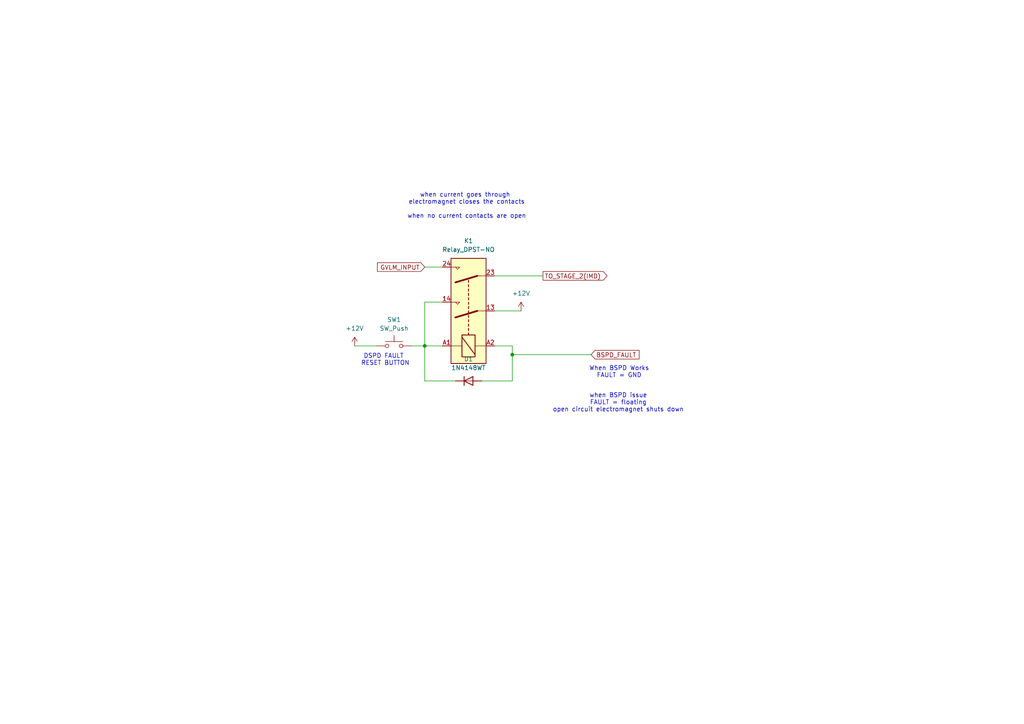
<source format=kicad_sch>
(kicad_sch (version 20250114) (generator "eeschema") (generator_version "9.0")
  (paper "A4")
  (lib_symbols
    (symbol "Diode:1N4148WT" (pin_numbers (hide yes)) (pin_names (hide yes))
      (property "Reference" "D" (at 0 2.54 0))
      (property "Value" "1N4148WT" (at 0 -2.54 0))
      (symbol "1N4148WT_0_1"
        (polyline (pts (xy -1.27 1.27) (xy -1.27 -1.27)) (stroke (width 0.254)))
        (polyline (pts (xy 1.27 1.27) (xy 1.27 -1.27) (xy -1.27 0) (xy 1.27 1.27)) (stroke (width 0.254)))
        (polyline (pts (xy 1.27 0) (xy -1.27 0)))
      )
      (symbol "1N4148WT_1_1"
        (pin passive line (at -3.81 0 0) (length 2.54) (name "K") (number "1"))
        (pin passive line (at 3.81 0 180) (length 2.54) (name "A") (number "2"))
      )
    )
    (symbol "Relay:Relay_DPST-NO"
      (property "Reference" "K" (at 16.51 3.81 0))
      (property "Value" "Relay_DPST-NO" (at 16.51 1.27 0))
      (symbol "Relay_DPST-NO_0_1"
        (rectangle (start -15.24 5.08) (end 15.24 -5.08) (stroke (width 0.254)) (fill (type background)))
        (rectangle (start -13.335 1.905) (end -6.985 -1.905) (stroke (width 0.254)))
        (polyline (pts (xy -12.7 -1.905) (xy -7.62 1.905)) (stroke (width 0.254)))
        (polyline (pts (xy -10.16 5.08) (xy -10.16 1.905)))
        (polyline (pts (xy -10.16 -5.08) (xy -10.16 -1.905)))
        (polyline (pts (xy -6.985 0) (xy -6.35 0)) (stroke (width 0.254)))
        (polyline (pts (xy -5.715 0) (xy -5.08 0)) (stroke (width 0.254)))
        (polyline (pts (xy -4.445 0) (xy -3.81 0)) (stroke (width 0.254)))
        (polyline (pts (xy -3.175 0) (xy -2.54 0)) (stroke (width 0.254)))
        (polyline (pts (xy -1.905 0) (xy -1.27 0)) (stroke (width 0.254)))
        (polyline (pts (xy -0.635 0) (xy 0 0)) (stroke (width 0.254)))
        (polyline (pts (xy 0 -2.54) (xy -1.905 3.81)) (stroke (width 0.508)))
        (polyline (pts (xy 0 -2.54) (xy 0 -5.08)))
        (polyline (pts (xy 0.635 0) (xy 1.27 0)) (stroke (width 0.254)))
        (polyline (pts (xy 1.905 0) (xy 2.54 0)) (stroke (width 0.254)))
        (polyline (pts (xy 2.54 5.08) (xy 2.54 2.54) (xy 1.905 3.175) (xy 2.54 3.81)))
        (polyline (pts (xy 3.175 0) (xy 3.81 0)) (stroke (width 0.254)))
        (polyline (pts (xy 4.445 0) (xy 5.08 0)) (stroke (width 0.254)))
        (polyline (pts (xy 5.715 0) (xy 6.35 0)) (stroke (width 0.254)))
        (polyline (pts (xy 6.985 0) (xy 7.62 0)) (stroke (width 0.254)))
        (polyline (pts (xy 8.255 0) (xy 8.89 0)) (stroke (width 0.254)))
        (polyline (pts (xy 10.16 -2.54) (xy 8.255 3.81)) (stroke (width 0.508)))
        (polyline (pts (xy 10.16 -2.54) (xy 10.16 -5.08)))
        (polyline (pts (xy 12.7 5.08) (xy 12.7 2.54) (xy 12.065 3.175) (xy 12.7 3.81)))
      )
      (symbol "Relay_DPST-NO_1_1"
        (pin passive line (at -10.16 7.62 270) (length 2.54) (name "~") (number "A1"))
        (pin passive line (at -10.16 -7.62 90) (length 2.54) (name "~") (number "A2"))
        (pin passive line (at 0 -7.62 90) (length 2.54) (name "~") (number "13"))
        (pin passive line (at 2.54 7.62 270) (length 2.54) (name "~") (number "14"))
        (pin passive line (at 10.16 -7.62 90) (length 2.54) (name "~") (number "23"))
        (pin passive line (at 12.7 7.62 270) (length 2.54) (name "~") (number "24"))
      )
    )
    (symbol "Switch:SW_Push" (pin_numbers (hide yes)) (pin_names (offset 1.016) (hide yes))
      (property "Reference" "SW" (at 1.27 2.54 0))
      (property "Value" "SW_Push" (at 0 -1.524 0))
      (symbol "SW_Push_0_1"
        (circle (center -2.032 0) (radius 0.508))
        (polyline (pts (xy 0 1.27) (xy 0 3.048)))
        (circle (center 2.032 0) (radius 0.508))
        (polyline (pts (xy 2.54 1.27) (xy -2.54 1.27)))
        (pin passive line (at -5.08 0 0) (length 2.54) (name "1") (number "1"))
        (pin passive line (at 5.08 0 180) (length 2.54) (name "2") (number "2"))
      )
    )
    (symbol "power:+12V" (power) (pin_numbers (hide yes)) (pin_names (offset 0) (hide yes))
      (property "Value" "+12V" (at 0 3.556 0))
      (symbol "+12V_0_1"
        (polyline (pts (xy -0.762 1.27) (xy 0 2.54)))
        (polyline (pts (xy 0 2.54) (xy 0.762 1.27)))
        (polyline (pts (xy 0 0) (xy 0 2.54)))
      )
      (symbol "+12V_1_1"
        (pin power_in line (at 0 0 90) (length 0) (name "~") (number "1"))
      )
    )
  )
  (text "DSPD FAULT \nRESET BUTTON" (at 111.76 104.394 0) (effects (font (size 1.27 1.27))))
  (text "when BSPD issue\nFAULT = floating\nopen circuit electromagnet shuts down" (at 179.324 116.84 0) (effects (font (size 1.27 1.27))))
  (text "when current goes through \nelectromagnet closes the contacts\n\nwhen no current contacts are open\n" (at 135.382 59.69 0) (effects (font (size 1.27 1.27))))
  (text "When BSPD Works\nFAULT = GND" (at 179.578 107.95 0) (effects (font (size 1.27 1.27))))
  (junction (at 148.59 102.87))
  (junction (at 123.19 100.33))
  (wire (pts (xy 171.45 102.87) (xy 148.59 102.87)))
  (wire (pts (xy 102.87 100.33) (xy 109.22 100.33)))
  (wire (pts (xy 119.38 100.33) (xy 123.19 100.33)))
  (wire (pts (xy 143.51 90.17) (xy 151.13 90.17)))
  (wire (pts (xy 123.19 100.33) (xy 123.19 110.49)))
  (wire (pts (xy 148.59 102.87) (xy 148.59 100.33)))
  (wire (pts (xy 123.19 77.47) (xy 128.27 77.47)))
  (wire (pts (xy 123.19 100.33) (xy 128.27 100.33)))
  (wire (pts (xy 123.19 87.63) (xy 123.19 100.33)))
  (wire (pts (xy 148.59 102.87) (xy 148.59 110.49)))
  (wire (pts (xy 128.27 87.63) (xy 123.19 87.63)))
  (wire (pts (xy 148.59 100.33) (xy 143.51 100.33)))
  (wire (pts (xy 148.59 110.49) (xy 139.7 110.49)))
  (wire (pts (xy 123.19 110.49) (xy 132.08 110.49)))
  (wire (pts (xy 157.48 80.01) (xy 143.51 80.01)))
  (global_label "BSPD_FAULT" (shape input) (at 171.45 102.87 0) (property "Intersheetrefs" "${INTERSHEET_REFS}" (effects (hide yes))))
  (global_label "GVLM_INPUT" (shape input) (at 123.19 77.47 180) (property "Intersheetrefs" "${INTERSHEET_REFS}" (effects (hide yes))))
  (global_label "TO_STAGE_2(IMD)" (shape output) (at 157.48 80.01 0) (property "Intersheetrefs" "${INTERSHEET_REFS}" (effects (hide yes))))
  (symbol (lib_id "power:+12V") (at 151.13 90.17 0) (unit 1)
    (property "Reference" "#PWR01" (effects (hide yes)))
    (property "Value" "+12V" (at 151.13 85.09 0))
    (property "Description" "Power symbol creates a global label with name \"+12V\"" (effects (hide yes)))
  )
  (symbol (lib_id "power:+12V") (at 102.87 100.33 0) (unit 1)
    (property "Reference" "#PWR02" (effects (hide yes)))
    (property "Value" "+12V" (at 102.87 95.25 0))
    (property "Description" "Power symbol creates a global label with name \"+12V\"" (effects (hide yes)))
  )
  (symbol (lib_id "Relay:Relay_DPST-NO") (at 135.89 90.17 90) (unit 1)
    (property "Reference" "K1" (at 135.89 69.85 90))
    (property "Value" "Relay_DPST-NO" (at 135.89 72.39 90))
    (property "Description" "Relay DPST, monostable, normally open, EN50005" (effects (hide yes)))
  )
  (symbol (lib_id "Diode:1N4148WT") (at 135.89 110.49 0) (unit 1)
    (property "Reference" "D1" (at 135.89 104.14 0))
    (property "Value" "1N4148WT" (at 135.89 106.68 0))
    (property "Footprint" "Diode_SMD:D_SOD-523" (effects (hide yes)))
    (property "Datasheet" "https://www.diodes.com/assets/Datasheets/ds30396.pdf" (effects (hide yes)))
    (property "Description" "75V 0.15A Fast switching Diode, SOD-523" (effects (hide yes)))
    (property "Sim.Device" "D" (effects (hide yes)))
    (property "Sim.Pins" "1=K 2=A" (effects (hide yes)))
  )
  (symbol (lib_id "Switch:SW_Push") (at 114.3 100.33 0) (unit 1)
    (property "Reference" "SW1" (at 114.3 92.71 0))
    (property "Value" "SW_Push" (at 114.3 95.25 0))
    (property "Description" "Push button switch, generic, two pins" (effects (hide yes)))
  )
)
</source>
